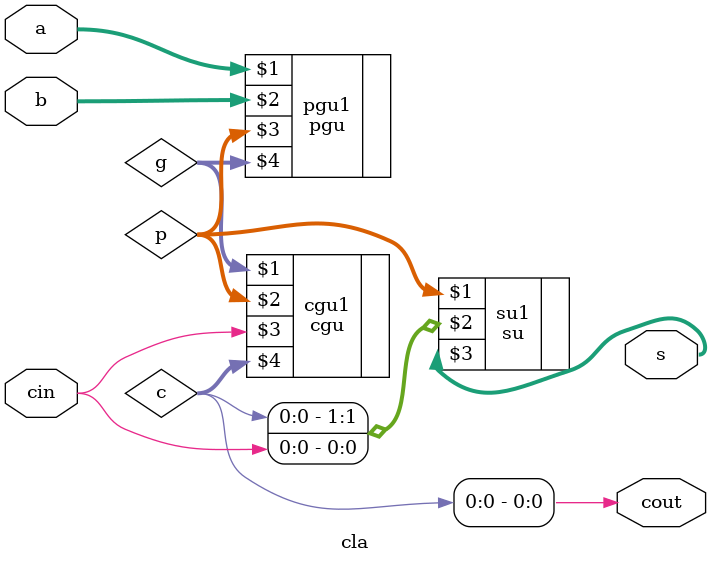
<source format=v>
`timescale 1ns/100ps
`include "su.v"
`include "cgu.v"
`include "pgu.v"

module cla(cin, a, b, s, cout);

	input cin;
	input [1:0] a, b;
	output [1:0] s;
	output cout;
	
	wire [1:0] p, g;
	pgu pgu1(a, b, p, g);
	
	wire [1:0] c;
	assign cout= c;
	cgu cgu1(g, p, cin, c);
	
	su su1(p, {c[0], cin}, s);
	
endmodule
</source>
